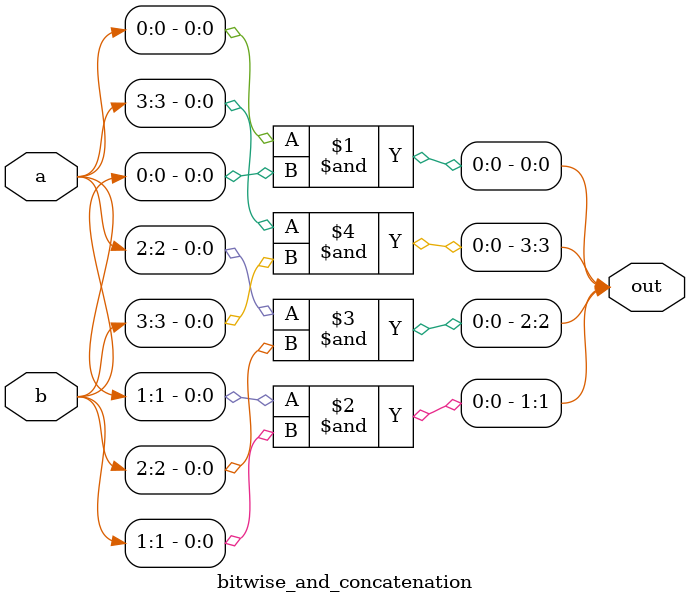
<source format=v>
module bitwise_and_concatenation(
    input wire [3:0] a,
    input wire [3:0] b,
    output wire [3:0] out
);

assign out = {a[3] & b[3], a[2] & b[2], a[1] & b[1], a[0] & b[0]};

endmodule

</source>
